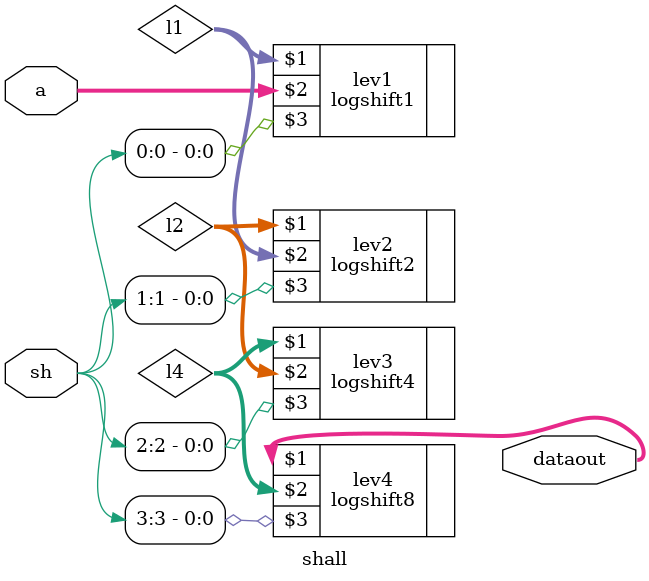
<source format=v>
module shall (dataout, a, sh);

   input [15:0]  a;
   input [3:0]   sh;   
   output [15:0] dataout;
   
   wire [15:0] 	 l1,l2,l4;
   
   logshift1 lev1 (l1, a, sh[0]);
   logshift2 lev2 (l2, l1, sh[1]);
   logshift4 lev3 (l4, l2, sh[2]);
   logshift8 lev4 (dataout, l4, sh[3]);
   
endmodule // shall

</source>
